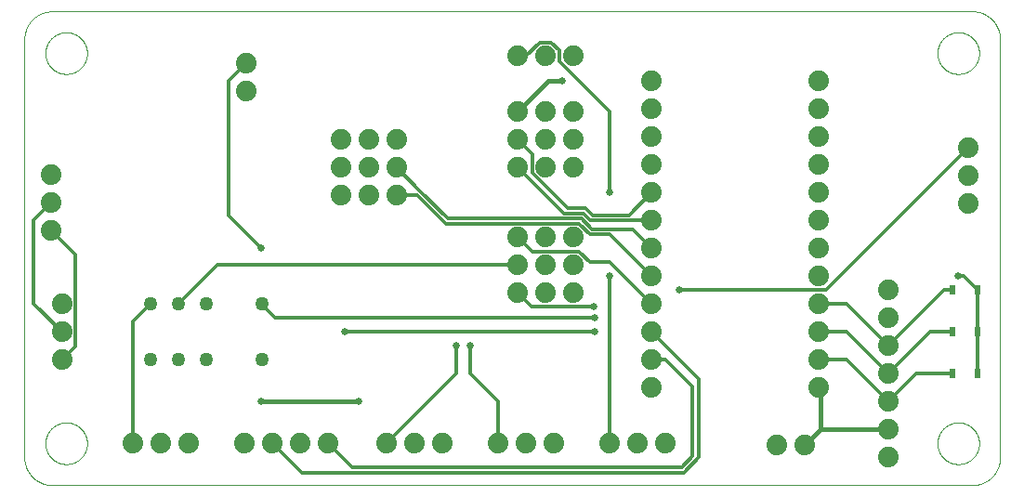
<source format=gtl>
G75*
%MOIN*%
%OFA0B0*%
%FSLAX25Y25*%
%IPPOS*%
%LPD*%
%AMOC8*
5,1,8,0,0,1.08239X$1,22.5*
%
%ADD10C,0.00000*%
%ADD11C,0.07400*%
%ADD12R,0.02480X0.03268*%
%ADD13C,0.05000*%
%ADD14C,0.01200*%
%ADD15C,0.01600*%
%ADD16C,0.02578*%
D10*
X0011300Y0001300D02*
X0341300Y0001300D01*
X0341542Y0001303D01*
X0341783Y0001312D01*
X0342024Y0001326D01*
X0342265Y0001347D01*
X0342505Y0001373D01*
X0342745Y0001405D01*
X0342984Y0001443D01*
X0343221Y0001486D01*
X0343458Y0001536D01*
X0343693Y0001591D01*
X0343927Y0001651D01*
X0344159Y0001718D01*
X0344390Y0001789D01*
X0344619Y0001867D01*
X0344846Y0001950D01*
X0345071Y0002038D01*
X0345294Y0002132D01*
X0345514Y0002231D01*
X0345732Y0002336D01*
X0345947Y0002445D01*
X0346160Y0002560D01*
X0346370Y0002680D01*
X0346576Y0002805D01*
X0346780Y0002935D01*
X0346981Y0003070D01*
X0347178Y0003210D01*
X0347372Y0003354D01*
X0347562Y0003503D01*
X0347748Y0003657D01*
X0347931Y0003815D01*
X0348110Y0003977D01*
X0348285Y0004144D01*
X0348456Y0004315D01*
X0348623Y0004490D01*
X0348785Y0004669D01*
X0348943Y0004852D01*
X0349097Y0005038D01*
X0349246Y0005228D01*
X0349390Y0005422D01*
X0349530Y0005619D01*
X0349665Y0005820D01*
X0349795Y0006024D01*
X0349920Y0006230D01*
X0350040Y0006440D01*
X0350155Y0006653D01*
X0350264Y0006868D01*
X0350369Y0007086D01*
X0350468Y0007306D01*
X0350562Y0007529D01*
X0350650Y0007754D01*
X0350733Y0007981D01*
X0350811Y0008210D01*
X0350882Y0008441D01*
X0350949Y0008673D01*
X0351009Y0008907D01*
X0351064Y0009142D01*
X0351114Y0009379D01*
X0351157Y0009616D01*
X0351195Y0009855D01*
X0351227Y0010095D01*
X0351253Y0010335D01*
X0351274Y0010576D01*
X0351288Y0010817D01*
X0351297Y0011058D01*
X0351300Y0011300D01*
X0351300Y0161300D01*
X0351297Y0161542D01*
X0351288Y0161783D01*
X0351274Y0162024D01*
X0351253Y0162265D01*
X0351227Y0162505D01*
X0351195Y0162745D01*
X0351157Y0162984D01*
X0351114Y0163221D01*
X0351064Y0163458D01*
X0351009Y0163693D01*
X0350949Y0163927D01*
X0350882Y0164159D01*
X0350811Y0164390D01*
X0350733Y0164619D01*
X0350650Y0164846D01*
X0350562Y0165071D01*
X0350468Y0165294D01*
X0350369Y0165514D01*
X0350264Y0165732D01*
X0350155Y0165947D01*
X0350040Y0166160D01*
X0349920Y0166370D01*
X0349795Y0166576D01*
X0349665Y0166780D01*
X0349530Y0166981D01*
X0349390Y0167178D01*
X0349246Y0167372D01*
X0349097Y0167562D01*
X0348943Y0167748D01*
X0348785Y0167931D01*
X0348623Y0168110D01*
X0348456Y0168285D01*
X0348285Y0168456D01*
X0348110Y0168623D01*
X0347931Y0168785D01*
X0347748Y0168943D01*
X0347562Y0169097D01*
X0347372Y0169246D01*
X0347178Y0169390D01*
X0346981Y0169530D01*
X0346780Y0169665D01*
X0346576Y0169795D01*
X0346370Y0169920D01*
X0346160Y0170040D01*
X0345947Y0170155D01*
X0345732Y0170264D01*
X0345514Y0170369D01*
X0345294Y0170468D01*
X0345071Y0170562D01*
X0344846Y0170650D01*
X0344619Y0170733D01*
X0344390Y0170811D01*
X0344159Y0170882D01*
X0343927Y0170949D01*
X0343693Y0171009D01*
X0343458Y0171064D01*
X0343221Y0171114D01*
X0342984Y0171157D01*
X0342745Y0171195D01*
X0342505Y0171227D01*
X0342265Y0171253D01*
X0342024Y0171274D01*
X0341783Y0171288D01*
X0341542Y0171297D01*
X0341300Y0171300D01*
X0011300Y0171300D01*
X0011058Y0171297D01*
X0010817Y0171288D01*
X0010576Y0171274D01*
X0010335Y0171253D01*
X0010095Y0171227D01*
X0009855Y0171195D01*
X0009616Y0171157D01*
X0009379Y0171114D01*
X0009142Y0171064D01*
X0008907Y0171009D01*
X0008673Y0170949D01*
X0008441Y0170882D01*
X0008210Y0170811D01*
X0007981Y0170733D01*
X0007754Y0170650D01*
X0007529Y0170562D01*
X0007306Y0170468D01*
X0007086Y0170369D01*
X0006868Y0170264D01*
X0006653Y0170155D01*
X0006440Y0170040D01*
X0006230Y0169920D01*
X0006024Y0169795D01*
X0005820Y0169665D01*
X0005619Y0169530D01*
X0005422Y0169390D01*
X0005228Y0169246D01*
X0005038Y0169097D01*
X0004852Y0168943D01*
X0004669Y0168785D01*
X0004490Y0168623D01*
X0004315Y0168456D01*
X0004144Y0168285D01*
X0003977Y0168110D01*
X0003815Y0167931D01*
X0003657Y0167748D01*
X0003503Y0167562D01*
X0003354Y0167372D01*
X0003210Y0167178D01*
X0003070Y0166981D01*
X0002935Y0166780D01*
X0002805Y0166576D01*
X0002680Y0166370D01*
X0002560Y0166160D01*
X0002445Y0165947D01*
X0002336Y0165732D01*
X0002231Y0165514D01*
X0002132Y0165294D01*
X0002038Y0165071D01*
X0001950Y0164846D01*
X0001867Y0164619D01*
X0001789Y0164390D01*
X0001718Y0164159D01*
X0001651Y0163927D01*
X0001591Y0163693D01*
X0001536Y0163458D01*
X0001486Y0163221D01*
X0001443Y0162984D01*
X0001405Y0162745D01*
X0001373Y0162505D01*
X0001347Y0162265D01*
X0001326Y0162024D01*
X0001312Y0161783D01*
X0001303Y0161542D01*
X0001300Y0161300D01*
X0001300Y0011300D01*
X0001303Y0011058D01*
X0001312Y0010817D01*
X0001326Y0010576D01*
X0001347Y0010335D01*
X0001373Y0010095D01*
X0001405Y0009855D01*
X0001443Y0009616D01*
X0001486Y0009379D01*
X0001536Y0009142D01*
X0001591Y0008907D01*
X0001651Y0008673D01*
X0001718Y0008441D01*
X0001789Y0008210D01*
X0001867Y0007981D01*
X0001950Y0007754D01*
X0002038Y0007529D01*
X0002132Y0007306D01*
X0002231Y0007086D01*
X0002336Y0006868D01*
X0002445Y0006653D01*
X0002560Y0006440D01*
X0002680Y0006230D01*
X0002805Y0006024D01*
X0002935Y0005820D01*
X0003070Y0005619D01*
X0003210Y0005422D01*
X0003354Y0005228D01*
X0003503Y0005038D01*
X0003657Y0004852D01*
X0003815Y0004669D01*
X0003977Y0004490D01*
X0004144Y0004315D01*
X0004315Y0004144D01*
X0004490Y0003977D01*
X0004669Y0003815D01*
X0004852Y0003657D01*
X0005038Y0003503D01*
X0005228Y0003354D01*
X0005422Y0003210D01*
X0005619Y0003070D01*
X0005820Y0002935D01*
X0006024Y0002805D01*
X0006230Y0002680D01*
X0006440Y0002560D01*
X0006653Y0002445D01*
X0006868Y0002336D01*
X0007086Y0002231D01*
X0007306Y0002132D01*
X0007529Y0002038D01*
X0007754Y0001950D01*
X0007981Y0001867D01*
X0008210Y0001789D01*
X0008441Y0001718D01*
X0008673Y0001651D01*
X0008907Y0001591D01*
X0009142Y0001536D01*
X0009379Y0001486D01*
X0009616Y0001443D01*
X0009855Y0001405D01*
X0010095Y0001373D01*
X0010335Y0001347D01*
X0010576Y0001326D01*
X0010817Y0001312D01*
X0011058Y0001303D01*
X0011300Y0001300D01*
X0008825Y0016300D02*
X0008827Y0016483D01*
X0008834Y0016667D01*
X0008845Y0016850D01*
X0008861Y0017033D01*
X0008881Y0017215D01*
X0008906Y0017397D01*
X0008935Y0017578D01*
X0008969Y0017758D01*
X0009007Y0017938D01*
X0009049Y0018116D01*
X0009096Y0018294D01*
X0009147Y0018470D01*
X0009202Y0018645D01*
X0009262Y0018818D01*
X0009326Y0018990D01*
X0009394Y0019161D01*
X0009466Y0019329D01*
X0009543Y0019496D01*
X0009623Y0019661D01*
X0009708Y0019824D01*
X0009796Y0019984D01*
X0009888Y0020143D01*
X0009985Y0020299D01*
X0010085Y0020453D01*
X0010189Y0020604D01*
X0010296Y0020753D01*
X0010407Y0020899D01*
X0010522Y0021042D01*
X0010640Y0021182D01*
X0010761Y0021320D01*
X0010886Y0021454D01*
X0011014Y0021586D01*
X0011146Y0021714D01*
X0011280Y0021839D01*
X0011418Y0021960D01*
X0011558Y0022078D01*
X0011701Y0022193D01*
X0011847Y0022304D01*
X0011996Y0022411D01*
X0012147Y0022515D01*
X0012301Y0022615D01*
X0012457Y0022712D01*
X0012616Y0022804D01*
X0012776Y0022892D01*
X0012939Y0022977D01*
X0013104Y0023057D01*
X0013271Y0023134D01*
X0013439Y0023206D01*
X0013610Y0023274D01*
X0013782Y0023338D01*
X0013955Y0023398D01*
X0014130Y0023453D01*
X0014306Y0023504D01*
X0014484Y0023551D01*
X0014662Y0023593D01*
X0014842Y0023631D01*
X0015022Y0023665D01*
X0015203Y0023694D01*
X0015385Y0023719D01*
X0015567Y0023739D01*
X0015750Y0023755D01*
X0015933Y0023766D01*
X0016117Y0023773D01*
X0016300Y0023775D01*
X0016483Y0023773D01*
X0016667Y0023766D01*
X0016850Y0023755D01*
X0017033Y0023739D01*
X0017215Y0023719D01*
X0017397Y0023694D01*
X0017578Y0023665D01*
X0017758Y0023631D01*
X0017938Y0023593D01*
X0018116Y0023551D01*
X0018294Y0023504D01*
X0018470Y0023453D01*
X0018645Y0023398D01*
X0018818Y0023338D01*
X0018990Y0023274D01*
X0019161Y0023206D01*
X0019329Y0023134D01*
X0019496Y0023057D01*
X0019661Y0022977D01*
X0019824Y0022892D01*
X0019984Y0022804D01*
X0020143Y0022712D01*
X0020299Y0022615D01*
X0020453Y0022515D01*
X0020604Y0022411D01*
X0020753Y0022304D01*
X0020899Y0022193D01*
X0021042Y0022078D01*
X0021182Y0021960D01*
X0021320Y0021839D01*
X0021454Y0021714D01*
X0021586Y0021586D01*
X0021714Y0021454D01*
X0021839Y0021320D01*
X0021960Y0021182D01*
X0022078Y0021042D01*
X0022193Y0020899D01*
X0022304Y0020753D01*
X0022411Y0020604D01*
X0022515Y0020453D01*
X0022615Y0020299D01*
X0022712Y0020143D01*
X0022804Y0019984D01*
X0022892Y0019824D01*
X0022977Y0019661D01*
X0023057Y0019496D01*
X0023134Y0019329D01*
X0023206Y0019161D01*
X0023274Y0018990D01*
X0023338Y0018818D01*
X0023398Y0018645D01*
X0023453Y0018470D01*
X0023504Y0018294D01*
X0023551Y0018116D01*
X0023593Y0017938D01*
X0023631Y0017758D01*
X0023665Y0017578D01*
X0023694Y0017397D01*
X0023719Y0017215D01*
X0023739Y0017033D01*
X0023755Y0016850D01*
X0023766Y0016667D01*
X0023773Y0016483D01*
X0023775Y0016300D01*
X0023773Y0016117D01*
X0023766Y0015933D01*
X0023755Y0015750D01*
X0023739Y0015567D01*
X0023719Y0015385D01*
X0023694Y0015203D01*
X0023665Y0015022D01*
X0023631Y0014842D01*
X0023593Y0014662D01*
X0023551Y0014484D01*
X0023504Y0014306D01*
X0023453Y0014130D01*
X0023398Y0013955D01*
X0023338Y0013782D01*
X0023274Y0013610D01*
X0023206Y0013439D01*
X0023134Y0013271D01*
X0023057Y0013104D01*
X0022977Y0012939D01*
X0022892Y0012776D01*
X0022804Y0012616D01*
X0022712Y0012457D01*
X0022615Y0012301D01*
X0022515Y0012147D01*
X0022411Y0011996D01*
X0022304Y0011847D01*
X0022193Y0011701D01*
X0022078Y0011558D01*
X0021960Y0011418D01*
X0021839Y0011280D01*
X0021714Y0011146D01*
X0021586Y0011014D01*
X0021454Y0010886D01*
X0021320Y0010761D01*
X0021182Y0010640D01*
X0021042Y0010522D01*
X0020899Y0010407D01*
X0020753Y0010296D01*
X0020604Y0010189D01*
X0020453Y0010085D01*
X0020299Y0009985D01*
X0020143Y0009888D01*
X0019984Y0009796D01*
X0019824Y0009708D01*
X0019661Y0009623D01*
X0019496Y0009543D01*
X0019329Y0009466D01*
X0019161Y0009394D01*
X0018990Y0009326D01*
X0018818Y0009262D01*
X0018645Y0009202D01*
X0018470Y0009147D01*
X0018294Y0009096D01*
X0018116Y0009049D01*
X0017938Y0009007D01*
X0017758Y0008969D01*
X0017578Y0008935D01*
X0017397Y0008906D01*
X0017215Y0008881D01*
X0017033Y0008861D01*
X0016850Y0008845D01*
X0016667Y0008834D01*
X0016483Y0008827D01*
X0016300Y0008825D01*
X0016117Y0008827D01*
X0015933Y0008834D01*
X0015750Y0008845D01*
X0015567Y0008861D01*
X0015385Y0008881D01*
X0015203Y0008906D01*
X0015022Y0008935D01*
X0014842Y0008969D01*
X0014662Y0009007D01*
X0014484Y0009049D01*
X0014306Y0009096D01*
X0014130Y0009147D01*
X0013955Y0009202D01*
X0013782Y0009262D01*
X0013610Y0009326D01*
X0013439Y0009394D01*
X0013271Y0009466D01*
X0013104Y0009543D01*
X0012939Y0009623D01*
X0012776Y0009708D01*
X0012616Y0009796D01*
X0012457Y0009888D01*
X0012301Y0009985D01*
X0012147Y0010085D01*
X0011996Y0010189D01*
X0011847Y0010296D01*
X0011701Y0010407D01*
X0011558Y0010522D01*
X0011418Y0010640D01*
X0011280Y0010761D01*
X0011146Y0010886D01*
X0011014Y0011014D01*
X0010886Y0011146D01*
X0010761Y0011280D01*
X0010640Y0011418D01*
X0010522Y0011558D01*
X0010407Y0011701D01*
X0010296Y0011847D01*
X0010189Y0011996D01*
X0010085Y0012147D01*
X0009985Y0012301D01*
X0009888Y0012457D01*
X0009796Y0012616D01*
X0009708Y0012776D01*
X0009623Y0012939D01*
X0009543Y0013104D01*
X0009466Y0013271D01*
X0009394Y0013439D01*
X0009326Y0013610D01*
X0009262Y0013782D01*
X0009202Y0013955D01*
X0009147Y0014130D01*
X0009096Y0014306D01*
X0009049Y0014484D01*
X0009007Y0014662D01*
X0008969Y0014842D01*
X0008935Y0015022D01*
X0008906Y0015203D01*
X0008881Y0015385D01*
X0008861Y0015567D01*
X0008845Y0015750D01*
X0008834Y0015933D01*
X0008827Y0016117D01*
X0008825Y0016300D01*
X0008825Y0156300D02*
X0008827Y0156483D01*
X0008834Y0156667D01*
X0008845Y0156850D01*
X0008861Y0157033D01*
X0008881Y0157215D01*
X0008906Y0157397D01*
X0008935Y0157578D01*
X0008969Y0157758D01*
X0009007Y0157938D01*
X0009049Y0158116D01*
X0009096Y0158294D01*
X0009147Y0158470D01*
X0009202Y0158645D01*
X0009262Y0158818D01*
X0009326Y0158990D01*
X0009394Y0159161D01*
X0009466Y0159329D01*
X0009543Y0159496D01*
X0009623Y0159661D01*
X0009708Y0159824D01*
X0009796Y0159984D01*
X0009888Y0160143D01*
X0009985Y0160299D01*
X0010085Y0160453D01*
X0010189Y0160604D01*
X0010296Y0160753D01*
X0010407Y0160899D01*
X0010522Y0161042D01*
X0010640Y0161182D01*
X0010761Y0161320D01*
X0010886Y0161454D01*
X0011014Y0161586D01*
X0011146Y0161714D01*
X0011280Y0161839D01*
X0011418Y0161960D01*
X0011558Y0162078D01*
X0011701Y0162193D01*
X0011847Y0162304D01*
X0011996Y0162411D01*
X0012147Y0162515D01*
X0012301Y0162615D01*
X0012457Y0162712D01*
X0012616Y0162804D01*
X0012776Y0162892D01*
X0012939Y0162977D01*
X0013104Y0163057D01*
X0013271Y0163134D01*
X0013439Y0163206D01*
X0013610Y0163274D01*
X0013782Y0163338D01*
X0013955Y0163398D01*
X0014130Y0163453D01*
X0014306Y0163504D01*
X0014484Y0163551D01*
X0014662Y0163593D01*
X0014842Y0163631D01*
X0015022Y0163665D01*
X0015203Y0163694D01*
X0015385Y0163719D01*
X0015567Y0163739D01*
X0015750Y0163755D01*
X0015933Y0163766D01*
X0016117Y0163773D01*
X0016300Y0163775D01*
X0016483Y0163773D01*
X0016667Y0163766D01*
X0016850Y0163755D01*
X0017033Y0163739D01*
X0017215Y0163719D01*
X0017397Y0163694D01*
X0017578Y0163665D01*
X0017758Y0163631D01*
X0017938Y0163593D01*
X0018116Y0163551D01*
X0018294Y0163504D01*
X0018470Y0163453D01*
X0018645Y0163398D01*
X0018818Y0163338D01*
X0018990Y0163274D01*
X0019161Y0163206D01*
X0019329Y0163134D01*
X0019496Y0163057D01*
X0019661Y0162977D01*
X0019824Y0162892D01*
X0019984Y0162804D01*
X0020143Y0162712D01*
X0020299Y0162615D01*
X0020453Y0162515D01*
X0020604Y0162411D01*
X0020753Y0162304D01*
X0020899Y0162193D01*
X0021042Y0162078D01*
X0021182Y0161960D01*
X0021320Y0161839D01*
X0021454Y0161714D01*
X0021586Y0161586D01*
X0021714Y0161454D01*
X0021839Y0161320D01*
X0021960Y0161182D01*
X0022078Y0161042D01*
X0022193Y0160899D01*
X0022304Y0160753D01*
X0022411Y0160604D01*
X0022515Y0160453D01*
X0022615Y0160299D01*
X0022712Y0160143D01*
X0022804Y0159984D01*
X0022892Y0159824D01*
X0022977Y0159661D01*
X0023057Y0159496D01*
X0023134Y0159329D01*
X0023206Y0159161D01*
X0023274Y0158990D01*
X0023338Y0158818D01*
X0023398Y0158645D01*
X0023453Y0158470D01*
X0023504Y0158294D01*
X0023551Y0158116D01*
X0023593Y0157938D01*
X0023631Y0157758D01*
X0023665Y0157578D01*
X0023694Y0157397D01*
X0023719Y0157215D01*
X0023739Y0157033D01*
X0023755Y0156850D01*
X0023766Y0156667D01*
X0023773Y0156483D01*
X0023775Y0156300D01*
X0023773Y0156117D01*
X0023766Y0155933D01*
X0023755Y0155750D01*
X0023739Y0155567D01*
X0023719Y0155385D01*
X0023694Y0155203D01*
X0023665Y0155022D01*
X0023631Y0154842D01*
X0023593Y0154662D01*
X0023551Y0154484D01*
X0023504Y0154306D01*
X0023453Y0154130D01*
X0023398Y0153955D01*
X0023338Y0153782D01*
X0023274Y0153610D01*
X0023206Y0153439D01*
X0023134Y0153271D01*
X0023057Y0153104D01*
X0022977Y0152939D01*
X0022892Y0152776D01*
X0022804Y0152616D01*
X0022712Y0152457D01*
X0022615Y0152301D01*
X0022515Y0152147D01*
X0022411Y0151996D01*
X0022304Y0151847D01*
X0022193Y0151701D01*
X0022078Y0151558D01*
X0021960Y0151418D01*
X0021839Y0151280D01*
X0021714Y0151146D01*
X0021586Y0151014D01*
X0021454Y0150886D01*
X0021320Y0150761D01*
X0021182Y0150640D01*
X0021042Y0150522D01*
X0020899Y0150407D01*
X0020753Y0150296D01*
X0020604Y0150189D01*
X0020453Y0150085D01*
X0020299Y0149985D01*
X0020143Y0149888D01*
X0019984Y0149796D01*
X0019824Y0149708D01*
X0019661Y0149623D01*
X0019496Y0149543D01*
X0019329Y0149466D01*
X0019161Y0149394D01*
X0018990Y0149326D01*
X0018818Y0149262D01*
X0018645Y0149202D01*
X0018470Y0149147D01*
X0018294Y0149096D01*
X0018116Y0149049D01*
X0017938Y0149007D01*
X0017758Y0148969D01*
X0017578Y0148935D01*
X0017397Y0148906D01*
X0017215Y0148881D01*
X0017033Y0148861D01*
X0016850Y0148845D01*
X0016667Y0148834D01*
X0016483Y0148827D01*
X0016300Y0148825D01*
X0016117Y0148827D01*
X0015933Y0148834D01*
X0015750Y0148845D01*
X0015567Y0148861D01*
X0015385Y0148881D01*
X0015203Y0148906D01*
X0015022Y0148935D01*
X0014842Y0148969D01*
X0014662Y0149007D01*
X0014484Y0149049D01*
X0014306Y0149096D01*
X0014130Y0149147D01*
X0013955Y0149202D01*
X0013782Y0149262D01*
X0013610Y0149326D01*
X0013439Y0149394D01*
X0013271Y0149466D01*
X0013104Y0149543D01*
X0012939Y0149623D01*
X0012776Y0149708D01*
X0012616Y0149796D01*
X0012457Y0149888D01*
X0012301Y0149985D01*
X0012147Y0150085D01*
X0011996Y0150189D01*
X0011847Y0150296D01*
X0011701Y0150407D01*
X0011558Y0150522D01*
X0011418Y0150640D01*
X0011280Y0150761D01*
X0011146Y0150886D01*
X0011014Y0151014D01*
X0010886Y0151146D01*
X0010761Y0151280D01*
X0010640Y0151418D01*
X0010522Y0151558D01*
X0010407Y0151701D01*
X0010296Y0151847D01*
X0010189Y0151996D01*
X0010085Y0152147D01*
X0009985Y0152301D01*
X0009888Y0152457D01*
X0009796Y0152616D01*
X0009708Y0152776D01*
X0009623Y0152939D01*
X0009543Y0153104D01*
X0009466Y0153271D01*
X0009394Y0153439D01*
X0009326Y0153610D01*
X0009262Y0153782D01*
X0009202Y0153955D01*
X0009147Y0154130D01*
X0009096Y0154306D01*
X0009049Y0154484D01*
X0009007Y0154662D01*
X0008969Y0154842D01*
X0008935Y0155022D01*
X0008906Y0155203D01*
X0008881Y0155385D01*
X0008861Y0155567D01*
X0008845Y0155750D01*
X0008834Y0155933D01*
X0008827Y0156117D01*
X0008825Y0156300D01*
X0328825Y0156300D02*
X0328827Y0156483D01*
X0328834Y0156667D01*
X0328845Y0156850D01*
X0328861Y0157033D01*
X0328881Y0157215D01*
X0328906Y0157397D01*
X0328935Y0157578D01*
X0328969Y0157758D01*
X0329007Y0157938D01*
X0329049Y0158116D01*
X0329096Y0158294D01*
X0329147Y0158470D01*
X0329202Y0158645D01*
X0329262Y0158818D01*
X0329326Y0158990D01*
X0329394Y0159161D01*
X0329466Y0159329D01*
X0329543Y0159496D01*
X0329623Y0159661D01*
X0329708Y0159824D01*
X0329796Y0159984D01*
X0329888Y0160143D01*
X0329985Y0160299D01*
X0330085Y0160453D01*
X0330189Y0160604D01*
X0330296Y0160753D01*
X0330407Y0160899D01*
X0330522Y0161042D01*
X0330640Y0161182D01*
X0330761Y0161320D01*
X0330886Y0161454D01*
X0331014Y0161586D01*
X0331146Y0161714D01*
X0331280Y0161839D01*
X0331418Y0161960D01*
X0331558Y0162078D01*
X0331701Y0162193D01*
X0331847Y0162304D01*
X0331996Y0162411D01*
X0332147Y0162515D01*
X0332301Y0162615D01*
X0332457Y0162712D01*
X0332616Y0162804D01*
X0332776Y0162892D01*
X0332939Y0162977D01*
X0333104Y0163057D01*
X0333271Y0163134D01*
X0333439Y0163206D01*
X0333610Y0163274D01*
X0333782Y0163338D01*
X0333955Y0163398D01*
X0334130Y0163453D01*
X0334306Y0163504D01*
X0334484Y0163551D01*
X0334662Y0163593D01*
X0334842Y0163631D01*
X0335022Y0163665D01*
X0335203Y0163694D01*
X0335385Y0163719D01*
X0335567Y0163739D01*
X0335750Y0163755D01*
X0335933Y0163766D01*
X0336117Y0163773D01*
X0336300Y0163775D01*
X0336483Y0163773D01*
X0336667Y0163766D01*
X0336850Y0163755D01*
X0337033Y0163739D01*
X0337215Y0163719D01*
X0337397Y0163694D01*
X0337578Y0163665D01*
X0337758Y0163631D01*
X0337938Y0163593D01*
X0338116Y0163551D01*
X0338294Y0163504D01*
X0338470Y0163453D01*
X0338645Y0163398D01*
X0338818Y0163338D01*
X0338990Y0163274D01*
X0339161Y0163206D01*
X0339329Y0163134D01*
X0339496Y0163057D01*
X0339661Y0162977D01*
X0339824Y0162892D01*
X0339984Y0162804D01*
X0340143Y0162712D01*
X0340299Y0162615D01*
X0340453Y0162515D01*
X0340604Y0162411D01*
X0340753Y0162304D01*
X0340899Y0162193D01*
X0341042Y0162078D01*
X0341182Y0161960D01*
X0341320Y0161839D01*
X0341454Y0161714D01*
X0341586Y0161586D01*
X0341714Y0161454D01*
X0341839Y0161320D01*
X0341960Y0161182D01*
X0342078Y0161042D01*
X0342193Y0160899D01*
X0342304Y0160753D01*
X0342411Y0160604D01*
X0342515Y0160453D01*
X0342615Y0160299D01*
X0342712Y0160143D01*
X0342804Y0159984D01*
X0342892Y0159824D01*
X0342977Y0159661D01*
X0343057Y0159496D01*
X0343134Y0159329D01*
X0343206Y0159161D01*
X0343274Y0158990D01*
X0343338Y0158818D01*
X0343398Y0158645D01*
X0343453Y0158470D01*
X0343504Y0158294D01*
X0343551Y0158116D01*
X0343593Y0157938D01*
X0343631Y0157758D01*
X0343665Y0157578D01*
X0343694Y0157397D01*
X0343719Y0157215D01*
X0343739Y0157033D01*
X0343755Y0156850D01*
X0343766Y0156667D01*
X0343773Y0156483D01*
X0343775Y0156300D01*
X0343773Y0156117D01*
X0343766Y0155933D01*
X0343755Y0155750D01*
X0343739Y0155567D01*
X0343719Y0155385D01*
X0343694Y0155203D01*
X0343665Y0155022D01*
X0343631Y0154842D01*
X0343593Y0154662D01*
X0343551Y0154484D01*
X0343504Y0154306D01*
X0343453Y0154130D01*
X0343398Y0153955D01*
X0343338Y0153782D01*
X0343274Y0153610D01*
X0343206Y0153439D01*
X0343134Y0153271D01*
X0343057Y0153104D01*
X0342977Y0152939D01*
X0342892Y0152776D01*
X0342804Y0152616D01*
X0342712Y0152457D01*
X0342615Y0152301D01*
X0342515Y0152147D01*
X0342411Y0151996D01*
X0342304Y0151847D01*
X0342193Y0151701D01*
X0342078Y0151558D01*
X0341960Y0151418D01*
X0341839Y0151280D01*
X0341714Y0151146D01*
X0341586Y0151014D01*
X0341454Y0150886D01*
X0341320Y0150761D01*
X0341182Y0150640D01*
X0341042Y0150522D01*
X0340899Y0150407D01*
X0340753Y0150296D01*
X0340604Y0150189D01*
X0340453Y0150085D01*
X0340299Y0149985D01*
X0340143Y0149888D01*
X0339984Y0149796D01*
X0339824Y0149708D01*
X0339661Y0149623D01*
X0339496Y0149543D01*
X0339329Y0149466D01*
X0339161Y0149394D01*
X0338990Y0149326D01*
X0338818Y0149262D01*
X0338645Y0149202D01*
X0338470Y0149147D01*
X0338294Y0149096D01*
X0338116Y0149049D01*
X0337938Y0149007D01*
X0337758Y0148969D01*
X0337578Y0148935D01*
X0337397Y0148906D01*
X0337215Y0148881D01*
X0337033Y0148861D01*
X0336850Y0148845D01*
X0336667Y0148834D01*
X0336483Y0148827D01*
X0336300Y0148825D01*
X0336117Y0148827D01*
X0335933Y0148834D01*
X0335750Y0148845D01*
X0335567Y0148861D01*
X0335385Y0148881D01*
X0335203Y0148906D01*
X0335022Y0148935D01*
X0334842Y0148969D01*
X0334662Y0149007D01*
X0334484Y0149049D01*
X0334306Y0149096D01*
X0334130Y0149147D01*
X0333955Y0149202D01*
X0333782Y0149262D01*
X0333610Y0149326D01*
X0333439Y0149394D01*
X0333271Y0149466D01*
X0333104Y0149543D01*
X0332939Y0149623D01*
X0332776Y0149708D01*
X0332616Y0149796D01*
X0332457Y0149888D01*
X0332301Y0149985D01*
X0332147Y0150085D01*
X0331996Y0150189D01*
X0331847Y0150296D01*
X0331701Y0150407D01*
X0331558Y0150522D01*
X0331418Y0150640D01*
X0331280Y0150761D01*
X0331146Y0150886D01*
X0331014Y0151014D01*
X0330886Y0151146D01*
X0330761Y0151280D01*
X0330640Y0151418D01*
X0330522Y0151558D01*
X0330407Y0151701D01*
X0330296Y0151847D01*
X0330189Y0151996D01*
X0330085Y0152147D01*
X0329985Y0152301D01*
X0329888Y0152457D01*
X0329796Y0152616D01*
X0329708Y0152776D01*
X0329623Y0152939D01*
X0329543Y0153104D01*
X0329466Y0153271D01*
X0329394Y0153439D01*
X0329326Y0153610D01*
X0329262Y0153782D01*
X0329202Y0153955D01*
X0329147Y0154130D01*
X0329096Y0154306D01*
X0329049Y0154484D01*
X0329007Y0154662D01*
X0328969Y0154842D01*
X0328935Y0155022D01*
X0328906Y0155203D01*
X0328881Y0155385D01*
X0328861Y0155567D01*
X0328845Y0155750D01*
X0328834Y0155933D01*
X0328827Y0156117D01*
X0328825Y0156300D01*
X0328825Y0016300D02*
X0328827Y0016483D01*
X0328834Y0016667D01*
X0328845Y0016850D01*
X0328861Y0017033D01*
X0328881Y0017215D01*
X0328906Y0017397D01*
X0328935Y0017578D01*
X0328969Y0017758D01*
X0329007Y0017938D01*
X0329049Y0018116D01*
X0329096Y0018294D01*
X0329147Y0018470D01*
X0329202Y0018645D01*
X0329262Y0018818D01*
X0329326Y0018990D01*
X0329394Y0019161D01*
X0329466Y0019329D01*
X0329543Y0019496D01*
X0329623Y0019661D01*
X0329708Y0019824D01*
X0329796Y0019984D01*
X0329888Y0020143D01*
X0329985Y0020299D01*
X0330085Y0020453D01*
X0330189Y0020604D01*
X0330296Y0020753D01*
X0330407Y0020899D01*
X0330522Y0021042D01*
X0330640Y0021182D01*
X0330761Y0021320D01*
X0330886Y0021454D01*
X0331014Y0021586D01*
X0331146Y0021714D01*
X0331280Y0021839D01*
X0331418Y0021960D01*
X0331558Y0022078D01*
X0331701Y0022193D01*
X0331847Y0022304D01*
X0331996Y0022411D01*
X0332147Y0022515D01*
X0332301Y0022615D01*
X0332457Y0022712D01*
X0332616Y0022804D01*
X0332776Y0022892D01*
X0332939Y0022977D01*
X0333104Y0023057D01*
X0333271Y0023134D01*
X0333439Y0023206D01*
X0333610Y0023274D01*
X0333782Y0023338D01*
X0333955Y0023398D01*
X0334130Y0023453D01*
X0334306Y0023504D01*
X0334484Y0023551D01*
X0334662Y0023593D01*
X0334842Y0023631D01*
X0335022Y0023665D01*
X0335203Y0023694D01*
X0335385Y0023719D01*
X0335567Y0023739D01*
X0335750Y0023755D01*
X0335933Y0023766D01*
X0336117Y0023773D01*
X0336300Y0023775D01*
X0336483Y0023773D01*
X0336667Y0023766D01*
X0336850Y0023755D01*
X0337033Y0023739D01*
X0337215Y0023719D01*
X0337397Y0023694D01*
X0337578Y0023665D01*
X0337758Y0023631D01*
X0337938Y0023593D01*
X0338116Y0023551D01*
X0338294Y0023504D01*
X0338470Y0023453D01*
X0338645Y0023398D01*
X0338818Y0023338D01*
X0338990Y0023274D01*
X0339161Y0023206D01*
X0339329Y0023134D01*
X0339496Y0023057D01*
X0339661Y0022977D01*
X0339824Y0022892D01*
X0339984Y0022804D01*
X0340143Y0022712D01*
X0340299Y0022615D01*
X0340453Y0022515D01*
X0340604Y0022411D01*
X0340753Y0022304D01*
X0340899Y0022193D01*
X0341042Y0022078D01*
X0341182Y0021960D01*
X0341320Y0021839D01*
X0341454Y0021714D01*
X0341586Y0021586D01*
X0341714Y0021454D01*
X0341839Y0021320D01*
X0341960Y0021182D01*
X0342078Y0021042D01*
X0342193Y0020899D01*
X0342304Y0020753D01*
X0342411Y0020604D01*
X0342515Y0020453D01*
X0342615Y0020299D01*
X0342712Y0020143D01*
X0342804Y0019984D01*
X0342892Y0019824D01*
X0342977Y0019661D01*
X0343057Y0019496D01*
X0343134Y0019329D01*
X0343206Y0019161D01*
X0343274Y0018990D01*
X0343338Y0018818D01*
X0343398Y0018645D01*
X0343453Y0018470D01*
X0343504Y0018294D01*
X0343551Y0018116D01*
X0343593Y0017938D01*
X0343631Y0017758D01*
X0343665Y0017578D01*
X0343694Y0017397D01*
X0343719Y0017215D01*
X0343739Y0017033D01*
X0343755Y0016850D01*
X0343766Y0016667D01*
X0343773Y0016483D01*
X0343775Y0016300D01*
X0343773Y0016117D01*
X0343766Y0015933D01*
X0343755Y0015750D01*
X0343739Y0015567D01*
X0343719Y0015385D01*
X0343694Y0015203D01*
X0343665Y0015022D01*
X0343631Y0014842D01*
X0343593Y0014662D01*
X0343551Y0014484D01*
X0343504Y0014306D01*
X0343453Y0014130D01*
X0343398Y0013955D01*
X0343338Y0013782D01*
X0343274Y0013610D01*
X0343206Y0013439D01*
X0343134Y0013271D01*
X0343057Y0013104D01*
X0342977Y0012939D01*
X0342892Y0012776D01*
X0342804Y0012616D01*
X0342712Y0012457D01*
X0342615Y0012301D01*
X0342515Y0012147D01*
X0342411Y0011996D01*
X0342304Y0011847D01*
X0342193Y0011701D01*
X0342078Y0011558D01*
X0341960Y0011418D01*
X0341839Y0011280D01*
X0341714Y0011146D01*
X0341586Y0011014D01*
X0341454Y0010886D01*
X0341320Y0010761D01*
X0341182Y0010640D01*
X0341042Y0010522D01*
X0340899Y0010407D01*
X0340753Y0010296D01*
X0340604Y0010189D01*
X0340453Y0010085D01*
X0340299Y0009985D01*
X0340143Y0009888D01*
X0339984Y0009796D01*
X0339824Y0009708D01*
X0339661Y0009623D01*
X0339496Y0009543D01*
X0339329Y0009466D01*
X0339161Y0009394D01*
X0338990Y0009326D01*
X0338818Y0009262D01*
X0338645Y0009202D01*
X0338470Y0009147D01*
X0338294Y0009096D01*
X0338116Y0009049D01*
X0337938Y0009007D01*
X0337758Y0008969D01*
X0337578Y0008935D01*
X0337397Y0008906D01*
X0337215Y0008881D01*
X0337033Y0008861D01*
X0336850Y0008845D01*
X0336667Y0008834D01*
X0336483Y0008827D01*
X0336300Y0008825D01*
X0336117Y0008827D01*
X0335933Y0008834D01*
X0335750Y0008845D01*
X0335567Y0008861D01*
X0335385Y0008881D01*
X0335203Y0008906D01*
X0335022Y0008935D01*
X0334842Y0008969D01*
X0334662Y0009007D01*
X0334484Y0009049D01*
X0334306Y0009096D01*
X0334130Y0009147D01*
X0333955Y0009202D01*
X0333782Y0009262D01*
X0333610Y0009326D01*
X0333439Y0009394D01*
X0333271Y0009466D01*
X0333104Y0009543D01*
X0332939Y0009623D01*
X0332776Y0009708D01*
X0332616Y0009796D01*
X0332457Y0009888D01*
X0332301Y0009985D01*
X0332147Y0010085D01*
X0331996Y0010189D01*
X0331847Y0010296D01*
X0331701Y0010407D01*
X0331558Y0010522D01*
X0331418Y0010640D01*
X0331280Y0010761D01*
X0331146Y0010886D01*
X0331014Y0011014D01*
X0330886Y0011146D01*
X0330761Y0011280D01*
X0330640Y0011418D01*
X0330522Y0011558D01*
X0330407Y0011701D01*
X0330296Y0011847D01*
X0330189Y0011996D01*
X0330085Y0012147D01*
X0329985Y0012301D01*
X0329888Y0012457D01*
X0329796Y0012616D01*
X0329708Y0012776D01*
X0329623Y0012939D01*
X0329543Y0013104D01*
X0329466Y0013271D01*
X0329394Y0013439D01*
X0329326Y0013610D01*
X0329262Y0013782D01*
X0329202Y0013955D01*
X0329147Y0014130D01*
X0329096Y0014306D01*
X0329049Y0014484D01*
X0329007Y0014662D01*
X0328969Y0014842D01*
X0328935Y0015022D01*
X0328906Y0015203D01*
X0328881Y0015385D01*
X0328861Y0015567D01*
X0328845Y0015750D01*
X0328834Y0015933D01*
X0328827Y0016117D01*
X0328825Y0016300D01*
D11*
X0311300Y0011300D03*
X0311300Y0021300D03*
X0311300Y0031300D03*
X0311300Y0041300D03*
X0311300Y0051300D03*
X0311300Y0061300D03*
X0311300Y0071300D03*
X0286300Y0066300D03*
X0286300Y0056300D03*
X0286300Y0046300D03*
X0286300Y0036300D03*
X0281300Y0015800D03*
X0271300Y0015800D03*
X0231300Y0016300D03*
X0221300Y0016300D03*
X0211300Y0016300D03*
X0191300Y0016300D03*
X0181300Y0016300D03*
X0171300Y0016300D03*
X0151300Y0016300D03*
X0141300Y0016300D03*
X0131300Y0016300D03*
X0110300Y0016300D03*
X0100300Y0016300D03*
X0090300Y0016300D03*
X0080300Y0016300D03*
X0060300Y0016300D03*
X0050300Y0016300D03*
X0040300Y0016300D03*
X0014800Y0046300D03*
X0014800Y0056300D03*
X0014800Y0066300D03*
X0011000Y0092600D03*
X0011000Y0102600D03*
X0011000Y0112600D03*
X0081000Y0142600D03*
X0081000Y0152600D03*
X0114800Y0125300D03*
X0124800Y0125300D03*
X0134800Y0125300D03*
X0134800Y0115300D03*
X0124800Y0115300D03*
X0114800Y0115300D03*
X0114800Y0105300D03*
X0124800Y0105300D03*
X0134800Y0105300D03*
X0178300Y0115300D03*
X0188300Y0115300D03*
X0198300Y0115300D03*
X0198300Y0125300D03*
X0188300Y0125300D03*
X0178300Y0125300D03*
X0178300Y0135300D03*
X0188300Y0135300D03*
X0198300Y0135300D03*
X0226300Y0136300D03*
X0226300Y0126300D03*
X0226300Y0116300D03*
X0226300Y0106300D03*
X0226300Y0096300D03*
X0226300Y0086300D03*
X0226300Y0076300D03*
X0226300Y0066300D03*
X0226300Y0056300D03*
X0226300Y0046300D03*
X0226300Y0036300D03*
X0198300Y0070300D03*
X0188300Y0070300D03*
X0178300Y0070300D03*
X0178300Y0080300D03*
X0188300Y0080300D03*
X0198300Y0080300D03*
X0198300Y0090300D03*
X0188300Y0090300D03*
X0178300Y0090300D03*
X0286300Y0086300D03*
X0286300Y0096300D03*
X0286300Y0106300D03*
X0286300Y0116300D03*
X0286300Y0126300D03*
X0286300Y0136300D03*
X0286300Y0146300D03*
X0339800Y0122300D03*
X0339800Y0112300D03*
X0339800Y0102300D03*
X0286300Y0076300D03*
X0226300Y0146300D03*
X0198300Y0155300D03*
X0188300Y0155300D03*
X0178300Y0155300D03*
D12*
X0334272Y0071300D03*
X0343328Y0071300D03*
X0343328Y0056300D03*
X0334272Y0056300D03*
X0334272Y0041300D03*
X0343328Y0041300D03*
D13*
X0086400Y0046300D03*
X0066400Y0046300D03*
X0056400Y0046300D03*
X0046400Y0046300D03*
X0046400Y0066300D03*
X0056400Y0066300D03*
X0066400Y0066300D03*
X0086400Y0066300D03*
D14*
X0086400Y0066200D01*
X0091300Y0061300D01*
X0205800Y0061300D01*
X0205400Y0065400D02*
X0183200Y0065400D01*
X0178300Y0070300D01*
X0178300Y0080300D02*
X0070400Y0080300D01*
X0056400Y0066300D01*
X0046400Y0066300D02*
X0040300Y0060200D01*
X0040300Y0016300D01*
X0090300Y0016300D02*
X0100800Y0005800D01*
X0237800Y0005800D01*
X0243300Y0011300D01*
X0243300Y0039300D01*
X0226300Y0056300D01*
X0226300Y0046300D02*
X0231300Y0046300D01*
X0241027Y0036573D01*
X0241027Y0011573D01*
X0237054Y0007600D01*
X0119000Y0007600D01*
X0110300Y0016300D01*
X0131300Y0016300D02*
X0156300Y0041300D01*
X0156300Y0051300D01*
X0161300Y0051300D02*
X0161300Y0041300D01*
X0171300Y0031300D01*
X0171300Y0016300D01*
X0211300Y0016300D02*
X0211300Y0076300D01*
X0211300Y0081300D02*
X0204230Y0081300D01*
X0200330Y0085200D01*
X0183400Y0085200D01*
X0178300Y0090300D01*
X0194800Y0098800D02*
X0201821Y0098800D01*
X0204321Y0096300D01*
X0226300Y0096300D01*
X0219500Y0093100D02*
X0204975Y0093100D01*
X0201075Y0097000D01*
X0153146Y0097000D01*
X0143046Y0107100D01*
X0143000Y0107100D01*
X0134800Y0115300D01*
X0134800Y0105300D02*
X0142300Y0105300D01*
X0146300Y0101300D01*
X0152400Y0095200D01*
X0200330Y0095200D01*
X0204230Y0091300D01*
X0211300Y0091300D01*
X0226300Y0076300D01*
X0236300Y0071300D02*
X0288800Y0071300D01*
X0339800Y0122300D01*
X0338328Y0076300D02*
X0343328Y0071300D01*
X0343328Y0056300D01*
X0343328Y0041300D01*
X0334272Y0041300D02*
X0321300Y0041300D01*
X0311300Y0031300D01*
X0296300Y0046300D01*
X0286300Y0046300D01*
X0286300Y0056300D02*
X0296300Y0056300D01*
X0311300Y0041300D01*
X0326300Y0056300D01*
X0334272Y0056300D01*
X0331300Y0071300D02*
X0311300Y0051300D01*
X0296300Y0066300D01*
X0286300Y0066300D01*
X0331300Y0071300D02*
X0334272Y0071300D01*
X0336300Y0076300D02*
X0338328Y0076300D01*
X0226300Y0066300D02*
X0211300Y0081300D01*
X0219500Y0093100D02*
X0226300Y0086300D01*
X0218100Y0098100D02*
X0205066Y0098100D01*
X0202566Y0100600D01*
X0196070Y0100600D01*
X0183400Y0113270D01*
X0183400Y0120200D01*
X0178300Y0125300D01*
X0178300Y0115300D02*
X0194800Y0098800D01*
X0211300Y0106300D02*
X0211300Y0135370D01*
X0193200Y0153470D01*
X0193200Y0157330D01*
X0190330Y0160200D01*
X0186270Y0160200D01*
X0181370Y0155300D01*
X0178300Y0155300D01*
X0226300Y0106300D02*
X0218100Y0098100D01*
X0205800Y0056300D02*
X0116300Y0056300D01*
X0086300Y0086300D02*
X0074700Y0097900D01*
X0074700Y0146300D01*
X0081000Y0152600D01*
X0011000Y0102600D02*
X0004700Y0096300D01*
X0004700Y0066400D01*
X0014800Y0056300D01*
X0019700Y0056300D02*
X0019700Y0083900D01*
X0011000Y0092600D01*
X0019700Y0056300D02*
X0019700Y0051200D01*
X0014800Y0046300D01*
D15*
X0086300Y0031300D02*
X0121300Y0031300D01*
X0281300Y0015800D02*
X0286800Y0021300D01*
X0286800Y0035800D01*
X0286300Y0036300D01*
X0286800Y0021300D02*
X0311300Y0021300D01*
X0189300Y0146300D02*
X0178300Y0135300D01*
X0189300Y0146300D02*
X0194300Y0146300D01*
D16*
X0194300Y0146300D03*
X0211300Y0106300D03*
X0211300Y0076300D03*
X0205400Y0065400D03*
X0205800Y0061300D03*
X0205800Y0056300D03*
X0236300Y0071300D03*
X0161300Y0051300D03*
X0156300Y0051300D03*
X0121300Y0031300D03*
X0086300Y0031300D03*
X0116300Y0056300D03*
X0086300Y0086300D03*
X0336300Y0076300D03*
M02*

</source>
